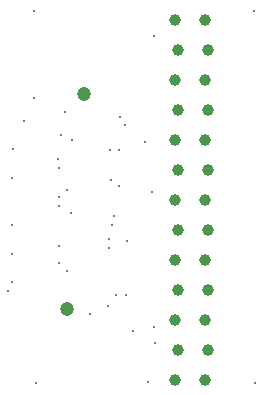
<source format=gbr>
%TF.GenerationSoftware,Altium Limited,Altium Designer,25.5.2 (35)*%
G04 Layer_Color=0*
%FSLAX45Y45*%
%MOMM*%
%TF.SameCoordinates,F9D1B48F-3E51-4A7C-A873-13CCE31A6061*%
%TF.FilePolarity,Positive*%
%TF.FileFunction,Plated,1,2,PTH,Drill*%
%TF.Part,Single*%
G01*
G75*
%TA.AperFunction,ComponentDrill*%
%ADD30C,1.00000*%
%ADD31C,1.20000*%
%TA.AperFunction,ViaDrill,NotFilled*%
%ADD32C,0.30000*%
D30*
X2154000Y232000D02*
D03*
X2180000Y486000D02*
D03*
X2154000Y740000D02*
D03*
X2180000Y994000D02*
D03*
X2154000Y1248000D02*
D03*
X2180000Y1502000D02*
D03*
X2154000Y1756000D02*
D03*
X2180000Y2010000D02*
D03*
X2154000Y2264000D02*
D03*
X2180000Y2518000D02*
D03*
X2154000Y2772000D02*
D03*
X2180000Y3026000D02*
D03*
X2154000Y3280000D02*
D03*
X1900000Y232000D02*
D03*
X1926000Y486000D02*
D03*
X1900000Y740000D02*
D03*
X1926000Y994000D02*
D03*
X1900000Y1248000D02*
D03*
X1926000Y1502000D02*
D03*
X1900000Y1756000D02*
D03*
X1926000Y2010000D02*
D03*
X1900000Y2264000D02*
D03*
X1926000Y2518000D02*
D03*
X1900000Y2772000D02*
D03*
X1926000Y3026000D02*
D03*
X1900000Y3280000D02*
D03*
D31*
X982999Y830000D02*
D03*
X1132999Y2650000D02*
D03*
D32*
X1481919Y951254D02*
D03*
X1403035Y950348D02*
D03*
X1371363Y1545176D02*
D03*
X1383684Y1620170D02*
D03*
X1730000Y540000D02*
D03*
X1720000Y680000D02*
D03*
X921400Y2024250D02*
D03*
X909404Y2099297D02*
D03*
X1029999Y2258160D02*
D03*
X921929Y1776750D02*
D03*
X921310Y1364627D02*
D03*
X1426559Y2174234D02*
D03*
X1350000Y2180000D02*
D03*
X1476910Y2388839D02*
D03*
X1435111Y2452312D02*
D03*
X1338961Y1422153D02*
D03*
X1339597Y1346156D02*
D03*
X1547174Y647794D02*
D03*
X984519Y1151618D02*
D03*
X1022572Y1639714D02*
D03*
X984518Y1836382D02*
D03*
X937405Y2302594D02*
D03*
X1177647Y788713D02*
D03*
X487102Y980653D02*
D03*
X1710000Y1820000D02*
D03*
X1337420Y857081D02*
D03*
X1490000Y1410000D02*
D03*
X1644425Y2243683D02*
D03*
X1720000Y3140000D02*
D03*
X710000Y2620000D02*
D03*
Y3350000D02*
D03*
X2570000D02*
D03*
X2580000Y200000D02*
D03*
X720000D02*
D03*
X1670000Y210000D02*
D03*
X520000Y1060000D02*
D03*
Y1300000D02*
D03*
Y1540000D02*
D03*
Y1940000D02*
D03*
X527884Y2181225D02*
D03*
X620000Y2420000D02*
D03*
X1358478Y1926664D02*
D03*
X1430000Y1870000D02*
D03*
X920000Y1700000D02*
D03*
Y1220000D02*
D03*
X970000Y2500000D02*
D03*
%TF.MD5,038dd4d3b504118bb292eb960fd7867a*%
M02*

</source>
